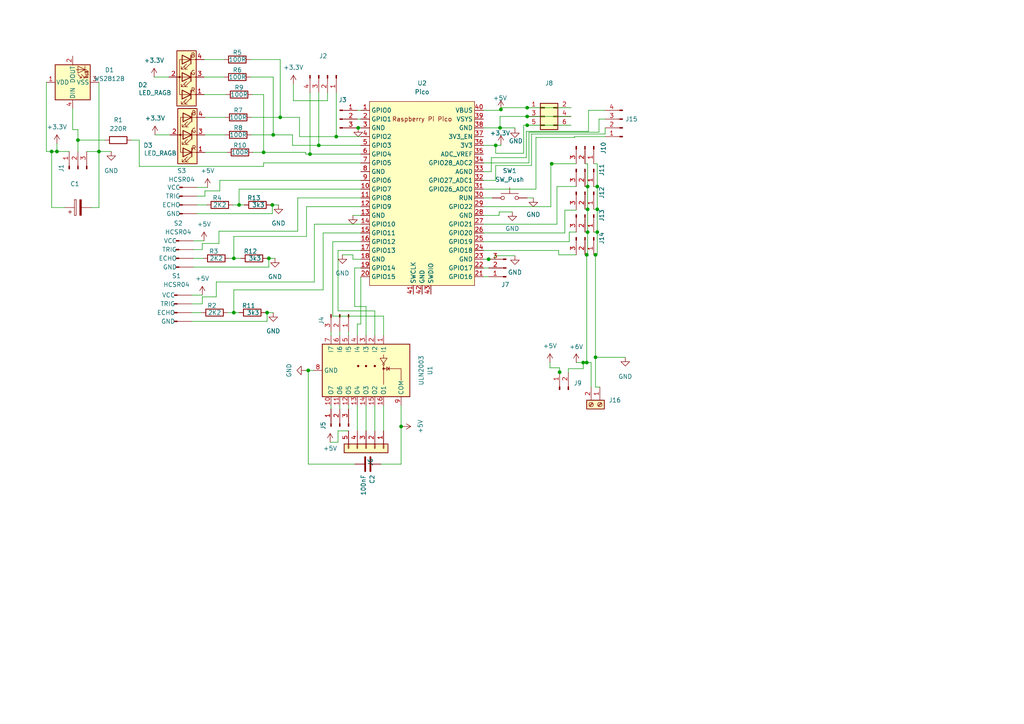
<source format=kicad_sch>
(kicad_sch (version 20211123) (generator eeschema)
  (paper "A4")
  (lib_symbols
    (symbol "Conn_01x04_Male_1" (pin_numbers hide) (pin_names (offset 1.016))
      (property "Reference" "S1" (at 0.635 7.366 0))
      (property "Value" "HCSR04" (at 0.635 4.826 0))
      (symbol "Conn_01x04_Male_1_1_1"
        (polyline (pts (xy 1.27 -5.08) (xy 0.8636 -5.08)) (stroke (width 0.1524)))
        (polyline (pts (xy 1.27 -2.54) (xy 0.8636 -2.54)) (stroke (width 0.1524)))
        (polyline (pts (xy 1.27 0) (xy 0.8636 0)) (stroke (width 0.1524)))
        (polyline (pts (xy 1.27 2.54) (xy 0.8636 2.54)) (stroke (width 0.1524)))
        (rectangle (start 0.8636 -4.953) (end 0 -5.207) (stroke (width 0.1524)) (fill (type outline)))
        (rectangle (start 0.8636 -2.413) (end 0 -2.667) (stroke (width 0.1524)) (fill (type outline)))
        (rectangle (start 0.8636 0.127) (end 0 -0.127) (stroke (width 0.1524)) (fill (type outline)))
        (rectangle (start 0.8636 2.667) (end 0 2.413) (stroke (width 0.1524)) (fill (type outline)))
        (pin passive line (at 5.08 2.54 180) (length 3.81) (name "VCC") (number "1"))
        (pin passive line (at 5.08 0 180) (length 3.81) (name "TRIG") (number "2"))
        (pin passive line (at 5.08 -2.54 180) (length 3.81) (name "ECHO") (number "3"))
        (pin passive line (at 5.08 -5.08 180) (length 3.81) (name "GND") (number "4"))
      )
    )
    (symbol "Conn_01x04_Male_2" (pin_names (offset 1.016) hide)
      (property "Reference" "J" (at 0 5.08 0))
      (property "Value" "Conn_01x04_Male_2" (at 0 -7.62 0))
      (symbol "Conn_01x04_Male_2_1_1"
        (polyline (pts (xy 1.27 -5.08) (xy 0.8636 -5.08)) (stroke (width 0.1524)))
        (polyline (pts (xy 1.27 -2.54) (xy 0.8636 -2.54)) (stroke (width 0.1524)))
        (polyline (pts (xy 1.27 0) (xy 0.8636 0)) (stroke (width 0.1524)))
        (polyline (pts (xy 1.27 2.54) (xy 0.8636 2.54)) (stroke (width 0.1524)))
        (rectangle (start 0.8636 -4.953) (end 0 -5.207) (stroke (width 0.1524)) (fill (type outline)))
        (rectangle (start 0.8636 -2.413) (end 0 -2.667) (stroke (width 0.1524)) (fill (type outline)))
        (rectangle (start 0.8636 0.127) (end 0 -0.127) (stroke (width 0.1524)) (fill (type outline)))
        (rectangle (start 0.8636 2.667) (end 0 2.413) (stroke (width 0.1524)) (fill (type outline)))
        (pin passive line (at 5.08 2.54 180) (length 3.81) (name "VCC") (number "1"))
        (pin passive line (at 5.08 0 180) (length 3.81) (name "TRIG") (number "2"))
        (pin passive line (at 5.08 -2.54 180) (length 3.81) (name "ECHO") (number "3"))
        (pin passive line (at 5.08 -5.08 180) (length 3.81) (name "GND") (number "4"))
      )
    )
    (symbol "Connector:Conn_01x02_Male" (pin_names (offset 1.016) hide)
      (property "Reference" "J" (at 0 2.54 0))
      (property "Value" "Conn_01x02_Male" (at 0 -5.08 0))
      (symbol "Conn_01x02_Male_1_1"
        (polyline (pts (xy 1.27 -2.54) (xy 0.8636 -2.54)) (stroke (width 0.1524)))
        (polyline (pts (xy 1.27 0) (xy 0.8636 0)) (stroke (width 0.1524)))
        (rectangle (start 0.8636 -2.413) (end 0 -2.667) (stroke (width 0.1524)) (fill (type outline)))
        (rectangle (start 0.8636 0.127) (end 0 -0.127) (stroke (width 0.1524)) (fill (type outline)))
        (pin passive line (at 5.08 0 180) (length 3.81) (name "Pin_1") (number "1"))
        (pin passive line (at 5.08 -2.54 180) (length 3.81) (name "Pin_2") (number "2"))
      )
    )
    (symbol "Connector:Conn_01x03_Male" (pin_names (offset 1.016) hide)
      (property "Reference" "J" (at 0 5.08 0))
      (property "Value" "Conn_01x03_Male" (at 0 -5.08 0))
      (symbol "Conn_01x03_Male_1_1"
        (polyline (pts (xy 1.27 -2.54) (xy 0.8636 -2.54)) (stroke (width 0.1524)))
        (polyline (pts (xy 1.27 0) (xy 0.8636 0)) (stroke (width 0.1524)))
        (polyline (pts (xy 1.27 2.54) (xy 0.8636 2.54)) (stroke (width 0.1524)))
        (rectangle (start 0.8636 -2.413) (end 0 -2.667) (stroke (width 0.1524)) (fill (type outline)))
        (rectangle (start 0.8636 0.127) (end 0 -0.127) (stroke (width 0.1524)) (fill (type outline)))
        (rectangle (start 0.8636 2.667) (end 0 2.413) (stroke (width 0.1524)) (fill (type outline)))
        (pin passive line (at 5.08 2.54 180) (length 3.81) (name "Pin_1") (number "1"))
        (pin passive line (at 5.08 0 180) (length 3.81) (name "Pin_2") (number "2"))
        (pin passive line (at 5.08 -2.54 180) (length 3.81) (name "Pin_3") (number "3"))
      )
    )
    (symbol "Connector:Conn_01x04_Male" (pin_names (offset 1.016) hide)
      (property "Reference" "J" (at 0 5.08 0))
      (property "Value" "Conn_01x04_Male" (at 0 -7.62 0))
      (symbol "Conn_01x04_Male_1_1"
        (polyline (pts (xy 1.27 -5.08) (xy 0.8636 -5.08)) (stroke (width 0.1524)))
        (polyline (pts (xy 1.27 -2.54) (xy 0.8636 -2.54)) (stroke (width 0.1524)))
        (polyline (pts (xy 1.27 0) (xy 0.8636 0)) (stroke (width 0.1524)))
        (polyline (pts (xy 1.27 2.54) (xy 0.8636 2.54)) (stroke (width 0.1524)))
        (rectangle (start 0.8636 -4.953) (end 0 -5.207) (stroke (width 0.1524)) (fill (type outline)))
        (rectangle (start 0.8636 -2.413) (end 0 -2.667) (stroke (width 0.1524)) (fill (type outline)))
        (rectangle (start 0.8636 0.127) (end 0 -0.127) (stroke (width 0.1524)) (fill (type outline)))
        (rectangle (start 0.8636 2.667) (end 0 2.413) (stroke (width 0.1524)) (fill (type outline)))
        (pin passive line (at 5.08 2.54 180) (length 3.81) (name "Pin_1") (number "1"))
        (pin passive line (at 5.08 0 180) (length 3.81) (name "Pin_2") (number "2"))
        (pin passive line (at 5.08 -2.54 180) (length 3.81) (name "Pin_3") (number "3"))
        (pin passive line (at 5.08 -5.08 180) (length 3.81) (name "Pin_4") (number "4"))
      )
    )
    (symbol "Connector:Screw_Terminal_01x02" (pin_names (offset 1.016) hide)
      (property "Reference" "J" (at 0 2.54 0))
      (property "Value" "Screw_Terminal_01x02" (at 0 -5.08 0))
      (symbol "Screw_Terminal_01x02_1_1"
        (rectangle (start -1.27 1.27) (end 1.27 -3.81) (stroke (width 0.254)) (fill (type background)))
        (circle (center 0 -2.54) (radius 0.635) (stroke (width 0.1524)))
        (polyline (pts (xy -0.5334 -2.2098) (xy 0.3302 -3.048)) (stroke (width 0.1524)))
        (polyline (pts (xy -0.5334 0.3302) (xy 0.3302 -0.508)) (stroke (width 0.1524)))
        (polyline (pts (xy -0.3556 -2.032) (xy 0.508 -2.8702)) (stroke (width 0.1524)))
        (polyline (pts (xy -0.3556 0.508) (xy 0.508 -0.3302)) (stroke (width 0.1524)))
        (circle (center 0 0) (radius 0.635) (stroke (width 0.1524)))
        (pin passive line (at -5.08 0 0) (length 3.81) (name "Pin_1") (number "1"))
        (pin passive line (at -5.08 -2.54 0) (length 3.81) (name "Pin_2") (number "2"))
      )
    )
    (symbol "Connector_Generic:Conn_01x05" (pin_names (offset 1.016) hide)
      (property "Reference" "J" (at 0 7.62 0))
      (property "Value" "Conn_01x05" (at 0 -7.62 0))
      (symbol "Conn_01x05_1_1"
        (rectangle (start -1.27 -4.953) (end 0 -5.207) (stroke (width 0.1524)))
        (rectangle (start -1.27 -2.413) (end 0 -2.667) (stroke (width 0.1524)))
        (rectangle (start -1.27 0.127) (end 0 -0.127) (stroke (width 0.1524)))
        (rectangle (start -1.27 2.667) (end 0 2.413) (stroke (width 0.1524)))
        (rectangle (start -1.27 5.207) (end 0 4.953) (stroke (width 0.1524)))
        (rectangle (start -1.27 6.35) (end 1.27 -6.35) (stroke (width 0.254)) (fill (type background)))
        (pin passive line (at -5.08 5.08 0) (length 3.81) (name "Pin_1") (number "1"))
        (pin passive line (at -5.08 2.54 0) (length 3.81) (name "Pin_2") (number "2"))
        (pin passive line (at -5.08 0 0) (length 3.81) (name "Pin_3") (number "3"))
        (pin passive line (at -5.08 -2.54 0) (length 3.81) (name "Pin_4") (number "4"))
        (pin passive line (at -5.08 -5.08 0) (length 3.81) (name "Pin_5") (number "5"))
      )
    )
    (symbol "Connector_Generic:Conn_02x03_Odd_Even" (pin_names (offset 1.016) hide)
      (property "Reference" "J" (at 1.27 5.08 0))
      (property "Value" "Conn_02x03_Odd_Even" (at 1.27 -5.08 0))
      (symbol "Conn_02x03_Odd_Even_1_1"
        (rectangle (start -1.27 -2.413) (end 0 -2.667) (stroke (width 0.1524)))
        (rectangle (start -1.27 0.127) (end 0 -0.127) (stroke (width 0.1524)))
        (rectangle (start -1.27 2.667) (end 0 2.413) (stroke (width 0.1524)))
        (rectangle (start -1.27 3.81) (end 3.81 -3.81) (stroke (width 0.254)) (fill (type background)))
        (rectangle (start 3.81 -2.413) (end 2.54 -2.667) (stroke (width 0.1524)))
        (rectangle (start 3.81 0.127) (end 2.54 -0.127) (stroke (width 0.1524)))
        (rectangle (start 3.81 2.667) (end 2.54 2.413) (stroke (width 0.1524)))
        (pin passive line (at -5.08 2.54 0) (length 3.81) (name "Pin_1") (number "1"))
        (pin passive line (at 7.62 2.54 180) (length 3.81) (name "Pin_2") (number "2"))
        (pin passive line (at -5.08 0 0) (length 3.81) (name "Pin_3") (number "3"))
        (pin passive line (at 7.62 0 180) (length 3.81) (name "Pin_4") (number "4"))
        (pin passive line (at -5.08 -2.54 0) (length 3.81) (name "Pin_5") (number "5"))
        (pin passive line (at 7.62 -2.54 180) (length 3.81) (name "Pin_6") (number "6"))
      )
    )
    (symbol "Device:C" (pin_numbers hide) (pin_names (offset 0.254))
      (property "Reference" "C" (at 0.635 2.54 0))
      (property "Value" "C" (at 0.635 -2.54 0))
      (symbol "C_0_1"
        (polyline (pts (xy -2.032 -0.762) (xy 2.032 -0.762)) (stroke (width 0.508)))
        (polyline (pts (xy -2.032 0.762) (xy 2.032 0.762)) (stroke (width 0.508)))
      )
      (symbol "C_1_1"
        (pin passive line (at 0 3.81 270) (length 2.794) (name "~") (number "1"))
        (pin passive line (at 0 -3.81 90) (length 2.794) (name "~") (number "2"))
      )
    )
    (symbol "Device:C_Polarized" (pin_numbers hide) (pin_names (offset 0.254))
      (property "Reference" "C" (at 0.635 2.54 0))
      (property "Value" "C_Polarized" (at 0.635 -2.54 0))
      (symbol "C_Polarized_0_1"
        (rectangle (start -2.286 0.508) (end 2.286 1.016))
        (polyline (pts (xy -1.778 2.286) (xy -0.762 2.286)))
        (polyline (pts (xy -1.27 2.794) (xy -1.27 1.778)))
        (rectangle (start 2.286 -0.508) (end -2.286 -1.016) (fill (type outline)))
      )
      (symbol "C_Polarized_1_1"
        (pin passive line (at 0 3.81 270) (length 2.794) (name "~") (number "1"))
        (pin passive line (at 0 -3.81 90) (length 2.794) (name "~") (number "2"))
      )
    )
    (symbol "Device:LED_RAGB" (pin_names (offset 0) hide)
      (property "Reference" "D" (at 0 9.398 0))
      (property "Value" "LED_RAGB" (at 0 -8.89 0))
      (symbol "LED_RAGB_0_0"
        (text "B" (at -1.905 -6.35 0) (effects (font (size 1.27 1.27))))
        (text "G" (at -1.905 -1.27 0) (effects (font (size 1.27 1.27))))
        (text "R" (at -1.905 3.81 0) (effects (font (size 1.27 1.27))))
      )
      (symbol "LED_RAGB_0_1"
        (polyline (pts (xy -1.27 -5.08) (xy -2.54 -5.08)))
        (polyline (pts (xy -1.27 -5.08) (xy 1.27 -5.08)))
        (polyline (pts (xy -1.27 -3.81) (xy -1.27 -6.35)) (stroke (width 0.254)))
        (polyline (pts (xy -1.27 0) (xy -2.54 0)))
        (polyline (pts (xy -1.27 1.27) (xy -1.27 -1.27)) (stroke (width 0.254)))
        (polyline (pts (xy -1.27 5.08) (xy -2.54 5.08)))
        (polyline (pts (xy -1.27 5.08) (xy 1.27 5.08)))
        (polyline (pts (xy -1.27 6.35) (xy -1.27 3.81)) (stroke (width 0.254)))
        (polyline (pts (xy 1.27 0) (xy -1.27 0)))
        (polyline (pts (xy 1.27 0) (xy 2.54 0)))
        (polyline (pts (xy -1.27 1.27) (xy -1.27 -1.27) (xy -1.27 -1.27)))
        (polyline (pts (xy -1.27 6.35) (xy -1.27 3.81) (xy -1.27 3.81)))
        (polyline (pts (xy 1.27 -5.08) (xy 2.032 -5.08) (xy 2.032 5.08) (xy 1.27 5.08)))
        (polyline (pts (xy 1.27 -3.81) (xy 1.27 -6.35) (xy -1.27 -5.08) (xy 1.27 -3.81)) (stroke (width 0.254)))
        (polyline (pts (xy 1.27 1.27) (xy 1.27 -1.27) (xy -1.27 0) (xy 1.27 1.27)) (stroke (width 0.254)))
        (polyline (pts (xy 1.27 6.35) (xy 1.27 3.81) (xy -1.27 5.08) (xy 1.27 6.35)) (stroke (width 0.254)))
        (polyline (pts (xy -1.016 -3.81) (xy 0.508 -2.286) (xy -0.254 -2.286) (xy 0.508 -2.286) (xy 0.508 -3.048)))
        (polyline (pts (xy -1.016 1.27) (xy 0.508 2.794) (xy -0.254 2.794) (xy 0.508 2.794) (xy 0.508 2.032)))
        (polyline (pts (xy -1.016 6.35) (xy 0.508 7.874) (xy -0.254 7.874) (xy 0.508 7.874) (xy 0.508 7.112)))
        (polyline (pts (xy 0 -3.81) (xy 1.524 -2.286) (xy 0.762 -2.286) (xy 1.524 -2.286) (xy 1.524 -3.048)))
        (polyline (pts (xy 0 1.27) (xy 1.524 2.794) (xy 0.762 2.794) (xy 1.524 2.794) (xy 1.524 2.032)))
        (polyline (pts (xy 0 6.35) (xy 1.524 7.874) (xy 0.762 7.874) (xy 1.524 7.874) (xy 1.524 7.112)))
        (rectangle (start 1.27 -1.27) (end 1.27 1.27))
        (rectangle (start 1.27 1.27) (end 1.27 1.27))
        (rectangle (start 1.27 3.81) (end 1.27 6.35))
        (rectangle (start 1.27 6.35) (end 1.27 6.35))
        (circle (center 2.032 0) (radius 0.254) (fill (type outline)))
        (rectangle (start 2.794 8.382) (end -2.794 -7.62) (stroke (width 0.254)) (fill (type background)))
      )
      (symbol "LED_RAGB_1_1"
        (pin passive line (at -5.08 5.08 0) (length 2.54) (name "RK") (number "1"))
        (pin passive line (at 5.08 0 180) (length 2.54) (name "A") (number "2"))
        (pin passive line (at -5.08 0 0) (length 2.54) (name "GK") (number "3"))
        (pin passive line (at -5.08 -5.08 0) (length 2.54) (name "BK") (number "4"))
      )
    )
    (symbol "Device:R" (pin_numbers hide) (pin_names (offset 0))
      (property "Reference" "R" (at 2.032 0 90))
      (property "Value" "R" (at 0 0 90))
      (symbol "R_0_1"
        (rectangle (start -1.016 -2.54) (end 1.016 2.54) (stroke (width 0.254)))
      )
      (symbol "R_1_1"
        (pin passive line (at 0 3.81 270) (length 1.27) (name "~") (number "1"))
        (pin passive line (at 0 -3.81 90) (length 1.27) (name "~") (number "2"))
      )
    )
    (symbol "LED:WS2812B" (pin_names (offset 0.254))
      (property "Reference" "D" (at 5.08 5.715 0))
      (property "Value" "WS2812B" (at 1.27 -5.715 0))
      (symbol "WS2812B_0_0"
        (text "RGB" (at 2.286 -4.191 0) (effects (font (size 0.762 0.762))))
      )
      (symbol "WS2812B_0_1"
        (polyline (pts (xy 1.27 -3.556) (xy 1.778 -3.556)))
        (polyline (pts (xy 1.27 -2.54) (xy 1.778 -2.54)))
        (polyline (pts (xy 4.699 -3.556) (xy 2.667 -3.556)))
        (polyline (pts (xy 2.286 -2.54) (xy 1.27 -3.556) (xy 1.27 -3.048)))
        (polyline (pts (xy 2.286 -1.524) (xy 1.27 -2.54) (xy 1.27 -2.032)))
        (polyline (pts (xy 3.683 -1.016) (xy 3.683 -3.556) (xy 3.683 -4.064)))
        (polyline (pts (xy 4.699 -1.524) (xy 2.667 -1.524) (xy 3.683 -3.556) (xy 4.699 -1.524)))
        (rectangle (start 5.08 5.08) (end -5.08 -5.08) (stroke (width 0.254)) (fill (type background)))
      )
      (symbol "WS2812B_1_1"
        (pin power_in line (at 0 7.62 270) (length 2.54) (name "VDD") (number "1"))
        (pin output line (at 7.62 0 180) (length 2.54) (name "DOUT") (number "2"))
        (pin power_in line (at 0 -7.62 90) (length 2.54) (name "VSS") (number "3"))
        (pin input line (at -7.62 0 0) (length 2.54) (name "DIN") (number "4"))
      )
    )
    (symbol "MCU_RaspberryPi_and_Boards:Pico"
      (property "Reference" "U" (at -13.97 27.94 0))
      (property "Value" "Pico" (at 0 19.05 0))
      (symbol "Pico_0_0"
        (text "Raspberry Pi Pico" (at 0 21.59 0) (effects (font (size 1.27 1.27))))
      )
      (symbol "Pico_0_1"
        (rectangle (start -15.24 26.67) (end 15.24 -26.67) (fill (type background)))
      )
      (symbol "Pico_1_1"
        (pin bidirectional line (at -17.78 24.13 0) (length 2.54) (name "GPIO0") (number "1"))
        (pin bidirectional line (at -17.78 1.27 0) (length 2.54) (name "GPIO7") (number "10"))
        (pin bidirectional line (at -17.78 -1.27 0) (length 2.54) (name "GPIO8") (number "11"))
        (pin bidirectional line (at -17.78 -3.81 0) (length 2.54) (name "GPIO9") (number "12"))
        (pin power_in line (at -17.78 -6.35 0) (length 2.54) (name "GND") (number "13"))
        (pin bidirectional line (at -17.78 -8.89 0) (length 2.54) (name "GPIO10") (number "14"))
        (pin bidirectional line (at -17.78 -11.43 0) (length 2.54) (name "GPIO11") (number "15"))
        (pin bidirectional line (at -17.78 -13.97 0) (length 2.54) (name "GPIO12") (number "16"))
        (pin bidirectional line (at -17.78 -16.51 0) (length 2.54) (name "GPIO13") (number "17"))
        (pin power_in line (at -17.78 -19.05 0) (length 2.54) (name "GND") (number "18"))
        (pin bidirectional line (at -17.78 -21.59 0) (length 2.54) (name "GPIO14") (number "19"))
        (pin bidirectional line (at -17.78 21.59 0) (length 2.54) (name "GPIO1") (number "2"))
        (pin bidirectional line (at -17.78 -24.13 0) (length 2.54) (name "GPIO15") (number "20"))
        (pin bidirectional line (at 17.78 -24.13 180) (length 2.54) (name "GPIO16") (number "21"))
        (pin bidirectional line (at 17.78 -21.59 180) (length 2.54) (name "GPIO17") (number "22"))
        (pin power_in line (at 17.78 -19.05 180) (length 2.54) (name "GND") (number "23"))
        (pin bidirectional line (at 17.78 -16.51 180) (length 2.54) (name "GPIO18") (number "24"))
        (pin bidirectional line (at 17.78 -13.97 180) (length 2.54) (name "GPIO19") (number "25"))
        (pin bidirectional line (at 17.78 -11.43 180) (length 2.54) (name "GPIO20") (number "26"))
        (pin bidirectional line (at 17.78 -8.89 180) (length 2.54) (name "GPIO21") (number "27"))
        (pin power_in line (at 17.78 -6.35 180) (length 2.54) (name "GND") (number "28"))
        (pin bidirectional line (at 17.78 -3.81 180) (length 2.54) (name "GPIO22") (number "29"))
        (pin power_in line (at -17.78 19.05 0) (length 2.54) (name "GND") (number "3"))
        (pin input line (at 17.78 -1.27 180) (length 2.54) (name "RUN") (number "30"))
        (pin bidirectional line (at 17.78 1.27 180) (length 2.54) (name "GPIO26_ADC0") (number "31"))
        (pin bidirectional line (at 17.78 3.81 180) (length 2.54) (name "GPIO27_ADC1") (number "32"))
        (pin power_in line (at 17.78 6.35 180) (length 2.54) (name "AGND") (number "33"))
        (pin bidirectional line (at 17.78 8.89 180) (length 2.54) (name "GPIO28_ADC2") (number "34"))
        (pin power_in line (at 17.78 11.43 180) (length 2.54) (name "ADC_VREF") (number "35"))
        (pin power_in line (at 17.78 13.97 180) (length 2.54) (name "3V3") (number "36"))
        (pin input line (at 17.78 16.51 180) (length 2.54) (name "3V3_EN") (number "37"))
        (pin bidirectional line (at 17.78 19.05 180) (length 2.54) (name "GND") (number "38"))
        (pin power_in line (at 17.78 21.59 180) (length 2.54) (name "VSYS") (number "39"))
        (pin bidirectional line (at -17.78 16.51 0) (length 2.54) (name "GPIO2") (number "4"))
        (pin power_in line (at 17.78 24.13 180) (length 2.54) (name "VBUS") (number "40"))
        (pin input line (at -2.54 -29.21 90) (length 2.54) (name "SWCLK") (number "41"))
        (pin power_in line (at 0 -29.21 90) (length 2.54) (name "GND") (number "42"))
        (pin bidirectional line (at 2.54 -29.21 90) (length 2.54) (name "SWDIO") (number "43"))
        (pin bidirectional line (at -17.78 13.97 0) (length 2.54) (name "GPIO3") (number "5"))
        (pin bidirectional line (at -17.78 11.43 0) (length 2.54) (name "GPIO4") (number "6"))
        (pin bidirectional line (at -17.78 8.89 0) (length 2.54) (name "GPIO5") (number "7"))
        (pin power_in line (at -17.78 6.35 0) (length 2.54) (name "GND") (number "8"))
        (pin bidirectional line (at -17.78 3.81 0) (length 2.54) (name "GPIO6") (number "9"))
      )
    )
    (symbol "Switch:SW_Push" (pin_numbers hide) (pin_names (offset 1.016) hide)
      (property "Reference" "SW" (at 1.27 2.54 0))
      (property "Value" "SW_Push" (at 0 -1.524 0))
      (symbol "SW_Push_0_1"
        (circle (center -2.032 0) (radius 0.508))
        (polyline (pts (xy 0 1.27) (xy 0 3.048)))
        (polyline (pts (xy 2.54 1.27) (xy -2.54 1.27)))
        (circle (center 2.032 0) (radius 0.508))
        (pin passive line (at -5.08 0 0) (length 2.54) (name "1") (number "1"))
        (pin passive line (at 5.08 0 180) (length 2.54) (name "2") (number "2"))
      )
    )
    (symbol "Transistor_Array:ULN2003"
      (property "Reference" "U" (at 0 15.875 0))
      (property "Value" "ULN2003" (at 0 13.97 0))
      (symbol "ULN2003_0_1"
        (rectangle (start -7.62 -12.7) (end 7.62 12.7) (stroke (width 0.254)) (fill (type background)))
        (circle (center -1.778 5.08) (radius 0.254))
        (circle (center -1.27 -2.286) (radius 0.254) (fill (type outline)))
        (circle (center -1.27 0) (radius 0.254) (fill (type outline)))
        (circle (center -1.27 2.54) (radius 0.254) (fill (type outline)))
        (circle (center -0.508 5.08) (radius 0.254) (fill (type outline)))
        (polyline (pts (xy -4.572 5.08) (xy -3.556 5.08)))
        (polyline (pts (xy -1.524 5.08) (xy 4.064 5.08)))
        (polyline (pts (xy 0 6.731) (xy -1.016 6.731)))
        (polyline (pts (xy -0.508 5.08) (xy -0.508 10.16) (xy 2.921 10.16)))
        (polyline (pts (xy -3.556 6.096) (xy -3.556 4.064) (xy -2.032 5.08) (xy -3.556 6.096)))
        (polyline (pts (xy 0 5.969) (xy -1.016 5.969) (xy -0.508 6.731) (xy 0 5.969)))
      )
      (symbol "ULN2003_1_1"
        (pin input line (at -10.16 5.08 0) (length 2.54) (name "I1") (number "1"))
        (pin open_collector line (at 10.16 -10.16 180) (length 2.54) (name "O7") (number "10"))
        (pin open_collector line (at 10.16 -7.62 180) (length 2.54) (name "O6") (number "11"))
        (pin open_collector line (at 10.16 -5.08 180) (length 2.54) (name "O5") (number "12"))
        (pin open_collector line (at 10.16 -2.54 180) (length 2.54) (name "O4") (number "13"))
        (pin open_collector line (at 10.16 0 180) (length 2.54) (name "O3") (number "14"))
        (pin open_collector line (at 10.16 2.54 180) (length 2.54) (name "O2") (number "15"))
        (pin open_collector line (at 10.16 5.08 180) (length 2.54) (name "O1") (number "16"))
        (pin input line (at -10.16 2.54 0) (length 2.54) (name "I2") (number "2"))
        (pin input line (at -10.16 0 0) (length 2.54) (name "I3") (number "3"))
        (pin input line (at -10.16 -2.54 0) (length 2.54) (name "I4") (number "4"))
        (pin input line (at -10.16 -5.08 0) (length 2.54) (name "I5") (number "5"))
        (pin input line (at -10.16 -7.62 0) (length 2.54) (name "I6") (number "6"))
        (pin input line (at -10.16 -10.16 0) (length 2.54) (name "I7") (number "7"))
        (pin power_in line (at 0 -15.24 90) (length 2.54) (name "GND") (number "8"))
        (pin passive line (at 10.16 10.16 180) (length 2.54) (name "COM") (number "9"))
      )
    )
    (symbol "power:+3.3V" (power) (pin_names (offset 0))
      (property "Value" "+3.3V" (at 0 3.556 0))
      (symbol "+3.3V_0_1"
        (polyline (pts (xy -0.762 1.27) (xy 0 2.54)))
        (polyline (pts (xy 0 0) (xy 0 2.54)))
        (polyline (pts (xy 0 2.54) (xy 0.762 1.27)))
      )
      (symbol "+3.3V_1_1"
        (pin power_in line (at 0 0 90) (length 0) hide (name "+3.3V") (number "1"))
      )
    )
    (symbol "power:+5V" (power) (pin_names (offset 0))
      (property "Value" "+5V" (at 0 3.556 0))
      (symbol "+5V_0_1"
        (polyline (pts (xy -0.762 1.27) (xy 0 2.54)))
        (polyline (pts (xy 0 0) (xy 0 2.54)))
        (polyline (pts (xy 0 2.54) (xy 0.762 1.27)))
      )
      (symbol "+5V_1_1"
        (pin power_in line (at 0 0 90) (length 0) hide (name "+5V") (number "1"))
      )
    )
    (symbol "power:+6V" (power) (pin_names (offset 0))
      (property "Value" "+6V" (at 0 3.556 0))
      (symbol "+6V_0_1"
        (polyline (pts (xy -0.762 1.27) (xy 0 2.54)))
        (polyline (pts (xy 0 0) (xy 0 2.54)))
        (polyline (pts (xy 0 2.54) (xy 0.762 1.27)))
      )
      (symbol "+6V_1_1"
        (pin power_in line (at 0 0 90) (length 0) hide (name "+6V") (number "1"))
      )
    )
    (symbol "power:GND" (power) (pin_names (offset 0))
      (property "Value" "GND" (at 0 -3.81 0))
      (symbol "GND_0_1"
        (polyline (pts (xy 0 0) (xy 0 -1.27) (xy 1.27 -1.27) (xy 0 -2.54) (xy -1.27 -1.27) (xy 0 -1.27)))
      )
      (symbol "GND_1_1"
        (pin power_in line (at 0 0 270) (length 0) hide (name "GND") (number "1"))
      )
    )
  )
  (junction (at 170.18 105.156))
  (junction (at 78.994 59.436))
  (junction (at 76.454 44.196))
  (junction (at 77.978 74.93))
  (junction (at 79.248 39.116))
  (junction (at 141.732 75.184))
  (junction (at 145.288 31.75))
  (junction (at 173.228 54.102))
  (junction (at 14.986 43.942))
  (junction (at 173.228 67.31))
  (junction (at 162.306 107.95))
  (junction (at 77.47 90.678))
  (junction (at 89.916 44.704))
  (junction (at 170.434 54.102))
  (junction (at 170.434 60.706))
  (junction (at 152.908 31.242))
  (junction (at 28.702 43.942))
  (junction (at 152.908 36.322))
  (junction (at 173.228 60.706))
  (junction (at 169.164 105.156))
  (junction (at 97.536 39.624))
  (junction (at 172.72 103.632))
  (junction (at 160.02 47.498))
  (junction (at 69.342 59.436))
  (junction (at 103.886 37.084))
  (junction (at 81.28 34.036))
  (junction (at 92.456 42.164))
  (junction (at 145.034 37.084))
  (junction (at 16.51 43.942))
  (junction (at 172.72 73.914))
  (junction (at 116.332 123.698))
  (junction (at 170.18 73.914))
  (junction (at 89.408 107.442))
  (junction (at 170.434 67.31))
  (junction (at 152.908 33.782))
  (junction (at 22.606 40.64))
  (junction (at 67.818 74.93))
  (junction (at 143.764 42.164))
  (junction (at 67.818 90.678))
  (wire (pts (xy 153.416 38.354) (xy 173.736 38.354)))
  (wire (pts (xy 55.626 88.138) (xy 58.674 88.138)))
  (wire (pts (xy 28.702 60.198) (xy 28.702 43.942)))
  (wire (pts (xy 63.754 52.324) (xy 63.754 55.372)))
  (wire (pts (xy 88.646 44.704) (xy 89.916 44.704)))
  (wire (pts (xy 22.606 37.592) (xy 22.606 40.64)))
  (wire (pts (xy 73.152 27.432) (xy 76.454 27.432)))
  (wire (pts (xy 148.59 61.468) (xy 144.78 61.468)))
  (wire (pts (xy 76.454 48.26) (xy 40.386 48.26)))
  (wire (pts (xy 172.72 103.632) (xy 172.72 112.268)))
  (wire (pts (xy 59.436 39.116) (xy 65.278 39.116)))
  (wire (pts (xy 153.416 38.354) (xy 153.416 47.244)))
  (wire (pts (xy 93.726 67.564) (xy 93.726 84.074)))
  (wire (pts (xy 155.448 54.864) (xy 140.208 54.864)))
  (wire (pts (xy 44.704 22.352) (xy 49.022 22.352)))
  (wire (pts (xy 94.996 29.21) (xy 94.996 26.924)))
  (wire (pts (xy 172.212 67.31) (xy 173.228 67.31)))
  (wire (pts (xy 175.514 39.624) (xy 166.624 39.624)))
  (wire (pts (xy 63.5 70.612) (xy 63.5 67.056)))
  (wire (pts (xy 160.02 47.498) (xy 159.766 47.498)))
  (wire (pts (xy 173.228 67.31) (xy 173.228 60.706)))
  (wire (pts (xy 152.908 33.782) (xy 165.608 33.782)))
  (wire (pts (xy 172.212 54.102) (xy 173.228 54.102)))
  (wire (pts (xy 77.978 74.93) (xy 79.756 74.93)))
  (wire (pts (xy 169.672 54.102) (xy 170.434 54.102)))
  (wire (pts (xy 140.208 42.164) (xy 143.764 42.164)))
  (wire (pts (xy 22.606 40.64) (xy 30.48 40.64)))
  (wire (pts (xy 67.818 84.074) (xy 67.818 90.678)))
  (wire (pts (xy 84.836 42.164) (xy 92.456 42.164)))
  (wire (pts (xy 175.514 37.084) (xy 175.514 38.862)))
  (wire (pts (xy 78.994 59.436) (xy 80.772 59.436)))
  (wire (pts (xy 40.386 48.26) (xy 40.386 40.64)))
  (wire (pts (xy 28.702 43.942) (xy 32.258 43.942)))
  (wire (pts (xy 143.764 44.45) (xy 143.764 42.164)))
  (wire (pts (xy 108.712 117.602) (xy 108.712 124.968)))
  (wire (pts (xy 21.082 37.592) (xy 22.606 37.592)))
  (wire (pts (xy 67.818 74.93) (xy 69.85 74.93)))
  (wire (pts (xy 173.99 112.268) (xy 172.72 112.268)))
  (wire (pts (xy 96.012 117.602) (xy 96.012 118.618)))
  (wire (pts (xy 169.672 73.914) (xy 170.18 73.914)))
  (wire (pts (xy 59.182 17.272) (xy 65.024 17.272)))
  (wire (pts (xy 145.288 31.75) (xy 145.288 32.004)))
  (wire (pts (xy 81.28 34.036) (xy 86.868 34.036)))
  (wire (pts (xy 170.18 73.914) (xy 170.18 105.156)))
  (wire (pts (xy 98.044 128.27) (xy 95.758 128.27)))
  (wire (pts (xy 173.228 47.498) (xy 172.212 47.498)))
  (wire (pts (xy 170.434 47.498) (xy 170.434 54.102)))
  (wire (pts (xy 56.134 77.47) (xy 77.978 77.47)))
  (wire (pts (xy 96.012 96.266) (xy 96.012 97.282)))
  (wire (pts (xy 173.228 54.102) (xy 173.228 47.498)))
  (wire (pts (xy 98.044 90.17) (xy 108.712 90.17)))
  (wire (pts (xy 101.092 124.968) (xy 98.044 124.968)))
  (wire (pts (xy 25.146 43.942) (xy 28.702 43.942)))
  (wire (pts (xy 104.648 67.564) (xy 93.726 67.564)))
  (wire (pts (xy 143.51 74.168) (xy 143.51 75.184)))
  (wire (pts (xy 140.208 80.264) (xy 141.732 80.264)))
  (wire (pts (xy 97.536 26.924) (xy 97.536 39.624)))
  (wire (pts (xy 140.208 52.324) (xy 143.764 52.324)))
  (wire (pts (xy 159.766 47.498) (xy 159.766 59.944)))
  (wire (pts (xy 169.164 105.156) (xy 170.18 105.156)))
  (wire (pts (xy 140.208 70.104) (xy 165.1 70.104)))
  (wire (pts (xy 142.494 45.72) (xy 152.654 45.72)))
  (wire (pts (xy 151.892 36.322) (xy 151.892 44.45)))
  (wire (pts (xy 110.49 134.62) (xy 116.332 134.62)))
  (wire (pts (xy 106.172 117.602) (xy 106.172 124.968)))
  (wire (pts (xy 88.9 59.944) (xy 88.9 68.58)))
  (wire (pts (xy 152.908 57.404) (xy 154.686 57.404)))
  (wire (pts (xy 16.51 41.656) (xy 16.51 43.942)))
  (wire (pts (xy 59.436 44.196) (xy 65.786 44.196)))
  (wire (pts (xy 56.134 74.93) (xy 58.928 74.93)))
  (wire (pts (xy 149.352 37.084) (xy 149.352 37.338)))
  (wire (pts (xy 57.15 54.356) (xy 60.198 54.356)))
  (wire (pts (xy 104.648 70.104) (xy 96.52 70.104)))
  (wire (pts (xy 162.306 108.204) (xy 162.306 107.95)))
  (wire (pts (xy 151.892 36.322) (xy 152.908 36.322)))
  (wire (pts (xy 89.408 107.442) (xy 88.646 107.442)))
  (wire (pts (xy 181.356 103.632) (xy 172.72 103.632)))
  (wire (pts (xy 103.886 37.084) (xy 104.648 37.084)))
  (wire (pts (xy 22.606 40.64) (xy 22.606 43.942)))
  (wire (pts (xy 106.172 97.282) (xy 106.172 88.9)))
  (wire (pts (xy 57.15 61.976) (xy 78.994 61.976)))
  (wire (pts (xy 92.456 26.924) (xy 92.456 42.164)))
  (wire (pts (xy 104.648 47.244) (xy 76.454 47.244)))
  (wire (pts (xy 140.208 77.724) (xy 141.732 77.724)))
  (wire (pts (xy 79.248 39.116) (xy 84.836 39.116)))
  (wire (pts (xy 144.78 62.484) (xy 140.208 62.484)))
  (wire (pts (xy 162.306 106.68) (xy 159.512 106.68)))
  (wire (pts (xy 86.868 39.624) (xy 97.536 39.624)))
  (wire (pts (xy 72.644 17.272) (xy 81.28 17.272)))
  (wire (pts (xy 72.898 39.116) (xy 79.248 39.116)))
  (wire (pts (xy 44.958 39.116) (xy 49.276 39.116)))
  (wire (pts (xy 173.736 34.544) (xy 173.736 38.354)))
  (wire (pts (xy 102.362 73.914) (xy 102.362 75.184)))
  (wire (pts (xy 102.362 75.184) (xy 104.648 75.184)))
  (wire (pts (xy 116.332 117.602) (xy 116.332 123.698)))
  (wire (pts (xy 76.454 27.432) (xy 76.454 44.196)))
  (wire (pts (xy 58.674 88.138) (xy 58.674 86.106)))
  (wire (pts (xy 72.898 34.036) (xy 81.28 34.036)))
  (wire (pts (xy 26.416 60.198) (xy 28.702 60.198)))
  (wire (pts (xy 143.764 42.164) (xy 145.288 42.164)))
  (wire (pts (xy 163.83 60.96) (xy 163.83 67.564)))
  (wire (pts (xy 98.552 117.602) (xy 98.552 118.618)))
  (wire (pts (xy 66.548 74.93) (xy 67.818 74.93)))
  (wire (pts (xy 79.248 22.352) (xy 79.248 39.116)))
  (wire (pts (xy 101.092 117.602) (xy 101.092 118.618)))
  (wire (pts (xy 166.624 39.878) (xy 155.448 39.878)))
  (wire (pts (xy 145.288 31.242) (xy 152.908 31.242)))
  (wire (pts (xy 172.72 73.914) (xy 172.72 103.632)))
  (wire (pts (xy 40.386 40.64) (xy 38.1 40.64)))
  (wire (pts (xy 67.818 68.58) (xy 67.818 74.93)))
  (wire (pts (xy 99.314 73.914) (xy 102.362 73.914)))
  (wire (pts (xy 96.52 91.694) (xy 111.252 91.694)))
  (wire (pts (xy 170.688 38.1) (xy 170.688 32.004)))
  (wire (pts (xy 89.408 134.62) (xy 89.408 107.442)))
  (wire (pts (xy 69.342 59.436) (xy 70.866 59.436)))
  (wire (pts (xy 143.764 48.006) (xy 154.178 48.006)))
  (wire (pts (xy 175.514 34.544) (xy 173.736 34.544)))
  (wire (pts (xy 62.738 81.788) (xy 91.186 81.788)))
  (wire (pts (xy 59.436 55.372) (xy 63.754 55.372)))
  (wire (pts (xy 170.434 67.31) (xy 170.434 73.914)))
  (wire (pts (xy 16.51 43.942) (xy 20.066 43.942)))
  (wire (pts (xy 152.908 36.322) (xy 165.608 36.322)))
  (wire (pts (xy 116.332 123.698) (xy 116.586 123.698)))
  (wire (pts (xy 55.626 85.598) (xy 58.674 85.598)))
  (wire (pts (xy 59.182 27.432) (xy 65.532 27.432)))
  (wire (pts (xy 69.342 54.864) (xy 69.342 59.436)))
  (wire (pts (xy 85.09 24.384) (xy 85.09 29.21)))
  (wire (pts (xy 63.754 52.324) (xy 104.648 52.324)))
  (wire (pts (xy 165.1 70.104) (xy 165.1 67.31)))
  (wire (pts (xy 116.332 123.698) (xy 116.332 134.62)))
  (wire (pts (xy 152.908 31.242) (xy 165.608 31.242)))
  (wire (pts (xy 14.986 60.198) (xy 14.986 43.942)))
  (wire (pts (xy 21.082 31.496) (xy 21.082 37.592)))
  (wire (pts (xy 88.9 68.58) (xy 67.818 68.58)))
  (wire (pts (xy 103.632 34.544) (xy 104.648 34.544)))
  (wire (pts (xy 86.36 67.056) (xy 86.36 57.404)))
  (wire (pts (xy 167.132 73.914) (xy 162.052 73.914)))
  (wire (pts (xy 67.818 90.678) (xy 69.342 90.678)))
  (wire (pts (xy 104.648 80.264) (xy 104.648 93.98)))
  (wire (pts (xy 98.552 96.266) (xy 98.552 97.282)))
  (wire (pts (xy 172.212 73.914) (xy 172.72 73.914)))
  (wire (pts (xy 89.916 44.704) (xy 104.648 44.704)))
  (wire (pts (xy 56.134 72.39) (xy 58.674 72.39)))
  (wire (pts (xy 13.462 23.876) (xy 13.462 43.942)))
  (wire (pts (xy 98.044 124.968) (xy 98.044 128.27)))
  (wire (pts (xy 143.51 75.184) (xy 141.732 75.184)))
  (wire (pts (xy 104.648 72.644) (xy 98.044 72.644)))
  (wire (pts (xy 149.352 74.168) (xy 143.51 74.168)))
  (wire (pts (xy 77.47 74.93) (xy 77.978 74.93)))
  (wire (pts (xy 103.632 32.004) (xy 104.648 32.004)))
  (wire (pts (xy 102.87 88.9) (xy 106.172 88.9)))
  (wire (pts (xy 66.04 90.678) (xy 67.818 90.678)))
  (wire (pts (xy 151.892 44.45) (xy 143.764 44.45)))
  (wire (pts (xy 145.034 33.782) (xy 145.034 37.084)))
  (wire (pts (xy 145.034 33.782) (xy 152.908 33.782)))
  (wire (pts (xy 91.186 81.788) (xy 91.186 65.024)))
  (wire (pts (xy 111.252 117.602) (xy 111.252 124.968)))
  (wire (pts (xy 85.09 29.21) (xy 94.996 29.21)))
  (wire (pts (xy 140.208 49.784) (xy 142.494 49.784)))
  (wire (pts (xy 18.796 60.198) (xy 14.986 60.198)))
  (wire (pts (xy 170.18 105.156) (xy 171.45 105.156)))
  (wire (pts (xy 57.15 56.896) (xy 59.436 56.896)))
  (wire (pts (xy 162.306 107.95) (xy 162.306 106.68)))
  (wire (pts (xy 58.674 86.106) (xy 62.738 86.106)))
  (wire (pts (xy 93.726 84.074) (xy 67.818 84.074)))
  (wire (pts (xy 102.87 77.724) (xy 102.87 88.9)))
  (wire (pts (xy 76.454 47.244) (xy 76.454 48.26)))
  (wire (pts (xy 92.456 42.164) (xy 104.648 42.164)))
  (wire (pts (xy 167.132 60.96) (xy 163.83 60.96)))
  (wire (pts (xy 88.646 44.196) (xy 88.646 44.704)))
  (wire (pts (xy 144.78 61.468) (xy 144.78 62.484)))
  (wire (pts (xy 77.978 77.47) (xy 77.978 74.93)))
  (wire (pts (xy 169.672 60.706) (xy 170.434 60.706)))
  (wire (pts (xy 152.654 45.72) (xy 152.654 38.1)))
  (wire (pts (xy 59.182 22.352) (xy 65.024 22.352)))
  (wire (pts (xy 154.178 38.862) (xy 175.514 38.862)))
  (wire (pts (xy 173.228 60.706) (xy 173.228 54.102)))
  (wire (pts (xy 163.83 67.564) (xy 140.208 67.564)))
  (wire (pts (xy 98.044 72.644) (xy 98.044 90.17)))
  (wire (pts (xy 63.5 67.056) (xy 86.36 67.056)))
  (wire (pts (xy 77.47 90.678) (xy 79.248 90.678)))
  (wire (pts (xy 172.72 73.914) (xy 173.228 73.914)))
  (wire (pts (xy 170.688 32.004) (xy 175.514 32.004)))
  (wire (pts (xy 111.252 91.694) (xy 111.252 97.282)))
  (wire (pts (xy 14.986 43.942) (xy 16.51 43.942)))
  (wire (pts (xy 102.87 134.62) (xy 89.408 134.62)))
  (wire (pts (xy 161.544 54.102) (xy 161.544 65.024)))
  (wire (pts (xy 77.47 93.218) (xy 77.47 90.678)))
  (wire (pts (xy 170.434 60.706) (xy 170.434 67.31)))
  (wire (pts (xy 140.208 32.004) (xy 145.288 32.004)))
  (wire (pts (xy 169.672 67.31) (xy 170.434 67.31)))
  (wire (pts (xy 59.436 34.036) (xy 65.278 34.036)))
  (wire (pts (xy 173.228 67.31) (xy 173.228 73.914)))
  (wire (pts (xy 78.486 59.436) (xy 78.994 59.436)))
  (wire (pts (xy 72.644 22.352) (xy 79.248 22.352)))
  (wire (pts (xy 143.764 52.324) (xy 143.764 48.006)))
  (wire (pts (xy 108.712 90.17) (xy 108.712 97.282)))
  (wire (pts (xy 104.648 54.864) (xy 69.342 54.864)))
  (wire (pts (xy 104.648 77.724) (xy 102.87 77.724)))
  (wire (pts (xy 164.846 106.934) (xy 169.164 106.934)))
  (wire (pts (xy 167.132 54.102) (xy 161.544 54.102)))
  (wire (pts (xy 170.434 54.102) (xy 170.434 60.706)))
  (wire (pts (xy 104.648 59.944) (xy 88.9 59.944)))
  (wire (pts (xy 142.494 49.784) (xy 142.494 45.72)))
  (wire (pts (xy 164.846 107.95) (xy 164.846 106.934)))
  (wire (pts (xy 86.868 34.036) (xy 86.868 39.624)))
  (wire (pts (xy 140.208 37.084) (xy 145.034 37.084)))
  (wire (pts (xy 103.632 37.084) (xy 103.886 37.084)))
  (wire (pts (xy 96.52 70.104) (xy 96.52 91.694)))
  (wire (pts (xy 58.674 70.612) (xy 63.5 70.612)))
  (wire (pts (xy 172.212 60.706) (xy 173.228 60.706)))
  (wire (pts (xy 55.626 90.678) (xy 58.42 90.678)))
  (wire (pts (xy 103.632 93.98) (xy 103.632 97.282)))
  (wire (pts (xy 159.512 106.68) (xy 159.512 105.156)))
  (wire (pts (xy 145.288 31.242) (xy 145.288 31.75)))
  (wire (pts (xy 90.932 107.442) (xy 89.408 107.442)))
  (wire (pts (xy 162.052 73.914) (xy 162.052 72.644)))
  (wire (pts (xy 73.406 44.196) (xy 76.454 44.196)))
  (wire (pts (xy 170.18 73.914) (xy 170.434 73.914)))
  (wire (pts (xy 162.052 72.644) (xy 140.208 72.644)))
  (wire (pts (xy 56.134 69.85) (xy 59.182 69.85)))
  (wire (pts (xy 59.436 56.896) (xy 59.436 55.372)))
  (wire (pts (xy 76.962 90.678) (xy 77.47 90.678)))
  (wire (pts (xy 167.132 105.156) (xy 169.164 105.156)))
  (wire (pts (xy 102.362 62.484) (xy 104.648 62.484)))
  (wire (pts (xy 13.462 43.942) (xy 14.986 43.942)))
  (wire (pts (xy 89.916 26.924) (xy 89.916 44.704)))
  (wire (pts (xy 160.02 47.244) (xy 160.02 47.498)))
  (wire (pts (xy 155.448 39.878) (xy 155.448 54.864)))
  (wire (pts (xy 55.626 93.218) (xy 77.47 93.218)))
  (wire (pts (xy 167.132 47.498) (xy 160.02 47.498)))
  (wire (pts (xy 101.092 96.266) (xy 101.092 97.282)))
  (wire (pts (xy 154.178 48.006) (xy 154.178 38.862)))
  (wire (pts (xy 153.416 47.244) (xy 140.208 47.244)))
  (wire (pts (xy 104.648 93.98) (xy 103.632 93.98)))
  (wire (pts (xy 165.1 67.31) (xy 167.132 67.31)))
  (wire (pts (xy 171.45 112.268) (xy 171.45 105.156)))
  (wire (pts (xy 78.994 61.976) (xy 78.994 59.436)))
  (wire (pts (xy 57.15 59.436) (xy 59.944 59.436)))
  (wire (pts (xy 169.164 106.934) (xy 169.164 105.156)))
  (wire (pts (xy 84.836 39.116) (xy 84.836 42.164)))
  (wire (pts (xy 140.208 65.024) (xy 161.544 65.024)))
  (wire (pts (xy 86.36 57.404) (xy 104.648 57.404)))
  (wire (pts (xy 76.454 44.196) (xy 88.646 44.196)))
  (wire (pts (xy 103.632 117.602) (xy 103.632 124.968)))
  (wire (pts (xy 145.288 42.164) (xy 145.288 41.91)))
  (wire (pts (xy 169.672 47.498) (xy 170.434 47.498)))
  (wire (pts (xy 140.208 57.404) (xy 142.748 57.404)))
  (wire (pts (xy 97.536 39.624) (xy 104.648 39.624)))
  (wire (pts (xy 152.654 38.1) (xy 170.688 38.1)))
  (wire (pts (xy 58.674 72.39) (xy 58.674 70.612)))
  (wire (pts (xy 166.624 39.624) (xy 166.624 39.878)))
  (wire (pts (xy 28.702 43.942) (xy 28.702 23.876)))
  (wire (pts (xy 62.738 86.106) (xy 62.738 81.788)))
  (wire (pts (xy 145.034 37.084) (xy 149.352 37.084)))
  (wire (pts (xy 67.564 59.436) (xy 69.342 59.436)))
  (wire (pts (xy 91.186 65.024) (xy 104.648 65.024)))
  (wire (pts (xy 159.766 59.944) (xy 140.208 59.944)))
  (wire (pts (xy 81.28 17.272) (xy 81.28 34.036)))
  (wire (pts (xy 167.132 60.96) (xy 167.132 60.706)))
  (wire (pts (xy 141.732 75.184) (xy 140.208 75.184)))
  (symbol (lib_id "power:GND") (at 102.362 62.484 0) (unit 1)
    (property "Reference" "#PWR0102" (effects hide))
    (property "Value" "GND" (effects hide))
  )
  (symbol (lib_id "power:+5V") (at 59.182 69.85 0) (unit 1)
    (property "Reference" "#PWR06" (effects hide))
    (property "Value" "+5V" (at 59.182 65.024 0))
  )
  (symbol (lib_id "Device:R") (at 69.342 27.432 90) (unit 1) (on_board no)
    (property "Reference" "R9" (at 69.342 25.4 90))
    (property "Value" "100R" (at 69.342 27.432 90))
  )
  (symbol (lib_id "power:GND") (at 148.59 61.468 0) (unit 1)
    (property "Reference" "#PWR018" (effects hide))
    (property "Value" "GND" (at 148.59 66.294 0))
  )
  (symbol (lib_id "power:+5V") (at 60.198 54.356 0) (unit 1)
    (property "Reference" "#PWR07" (effects hide))
    (property "Value" "+5V" (at 60.198 49.53 0))
  )
  (symbol (lib_id "power:GND") (at 88.646 107.442 270) (unit 1)
    (property "Reference" "#PWR012" (effects hide))
    (property "Value" "GND" (at 83.82 107.442 0))
  )
  (symbol (lib_id "power:+6V") (at 167.132 105.156 0) (unit 1)
    (property "Reference" "#PWR023" (effects hide))
    (property "Value" "+6V" (at 167.132 100.584 0))
  )
  (symbol (lib_id "power:GND") (at 79.756 74.93 0) (unit 1)
    (property "Reference" "#PWR09" (effects hide))
    (property "Value" "GND" (at 79.756 80.264 0))
  )
  (symbol (lib_id "power:GND") (at 149.352 74.168 0) (unit 1)
    (property "Reference" "#PWR020" (effects hide))
    (property "Value" "GND" (at 149.352 78.994 0))
  )
  (symbol (lib_id "power:GND") (at 80.772 59.436 0) (unit 1)
    (property "Reference" "#PWR010" (effects hide))
    (property "Value" "GND" (at 80.772 64.77 0))
  )
  (symbol (lib_id "Device:R") (at 68.834 17.272 90) (unit 1) (on_board no)
    (property "Reference" "R5" (at 68.834 15.24 90))
    (property "Value" "100R" (at 68.834 17.272 90))
  )
  (symbol (lib_id "Device:R") (at 68.834 22.352 90) (unit 1) (on_board no)
    (property "Reference" "R6" (at 68.834 20.32 90))
    (property "Value" "100R" (at 68.834 22.352 90))
  )
  (symbol (lib_id "Device:R") (at 73.66 74.93 90) (unit 1)
    (property "Reference" "R12" (at 72.644 72.898 90))
    (property "Value" "3k3" (at 73.914 74.93 90))
    (property "Footprint" "Resistor_THT:R_Axial_DIN0207_L6.3mm_D2.5mm_P10.16mm_Horizontal" (effects hide))
  )
  (symbol (lib_id "power:GND") (at 32.258 43.942 0) (unit 1)
    (property "Reference" "#PWR02" (effects hide))
    (property "Value" "GND" (at 32.258 49.53 0))
  )
  (symbol (lib_id "Connector_Generic:Conn_02x03_Odd_Even") (at 157.988 33.782 0) (unit 1)
    (property "Reference" "J8" (at 159.258 24.13 0))
    (property "Value" "Conn_02x03_Odd_Even" (effects hide))
    (property "Footprint" "Connector_PinHeader_2.54mm:PinHeader_2x03_P2.54mm_Vertical" (effects hide))
  )
  (symbol (lib_name "Conn_01x04_Male_1") (lib_id "Connector:Conn_01x04_Male") (at 50.546 88.138 0) (unit 1)
    (property "Reference" "S1" (at 51.181 80.01 0))
    (property "Value" "HCSR04" (at 51.181 82.55 0))
    (property "Footprint" "Connector_PinHeader_2.54mm:PinHeader_1x04_P2.54mm_Vertical" (effects hide))
  )
  (symbol (lib_id "power:+5V") (at 116.586 123.698 270) (unit 1)
    (property "Reference" "#PWR015" (effects hide))
    (property "Value" "+5V" (at 121.92 123.698 0))
  )
  (symbol (lib_id "Device:R") (at 69.088 34.036 90) (unit 1) (on_board no)
    (property "Reference" "R7" (at 69.088 32.004 90))
    (property "Value" "100R" (at 69.088 34.036 90))
  )
  (symbol (lib_id "Device:R") (at 62.738 74.93 90) (unit 1)
    (property "Reference" "R3" (at 61.976 72.898 90))
    (property "Value" "2K2" (at 62.738 74.93 90))
    (property "Footprint" "Resistor_THT:R_Axial_DIN0207_L6.3mm_D2.5mm_P10.16mm_Horizontal" (effects hide))
  )
  (symbol (lib_id "Device:R") (at 63.754 59.436 90) (unit 1)
    (property "Reference" "R4" (at 62.992 57.404 90))
    (property "Value" "2K2" (at 63.754 59.436 90))
    (property "Footprint" "Resistor_THT:R_Axial_DIN0207_L6.3mm_D2.5mm_P10.16mm_Horizontal" (effects hide))
  )
  (symbol (lib_id "Connector:Conn_01x03_Male") (at 169.672 62.23 270) (unit 1)
    (property "Reference" "J13" (at 174.498 62.484 0))
    (property "Value" "Conn_01x03_Male" (effects hide))
    (property "Footprint" "Connector_PinHeader_2.54mm:PinHeader_1x03_P2.54mm_Vertical" (effects hide))
  )
  (symbol (lib_id "Device:R") (at 62.23 90.678 90) (unit 1)
    (property "Reference" "R2" (at 61.468 88.646 90))
    (property "Value" "2K2" (at 62.23 90.678 90))
    (property "Footprint" "Resistor_THT:R_Axial_DIN0207_L6.3mm_D2.5mm_P10.16mm_Horizontal" (effects hide))
  )
  (symbol (lib_id "power:+3.3V") (at 16.51 41.656 0) (unit 1)
    (property "Reference" "#PWR01" (effects hide))
    (property "Value" "+3.3V" (at 16.51 36.83 0))
  )
  (symbol (lib_id "Connector:Conn_01x03_Male") (at 169.672 49.022 270) (unit 1)
    (property "Reference" "J11" (at 174.498 49.276 0))
    (property "Value" "Conn_01x03_Male" (effects hide))
    (property "Footprint" "Connector_PinHeader_2.54mm:PinHeader_1x03_P2.54mm_Vertical" (effects hide))
  )
  (symbol (lib_id "power:+5V") (at 95.758 128.27 0) (unit 1)
    (property "Reference" "#PWR013" (effects hide))
    (property "Value" "+5V" (at 95.758 130.048 0))
  )
  (symbol (lib_id "Connector:Screw_Terminal_01x02") (at 173.99 117.348 270) (unit 1)
    (property "Reference" "J16" (at 176.53 116.0779 90) (effects (justify left)))
    (property "Value" "Screw_Terminal_01x02" (effects hide))
    (property "Footprint" "TerminalBlock:TerminalBlock_Altech_AK300-2_P5.00mm" (effects hide))
  )
  (symbol (lib_id "Device:R") (at 73.152 90.678 90) (unit 1)
    (property "Reference" "R11" (at 72.136 88.646 90))
    (property "Value" "3k3" (at 73.406 90.678 90))
    (property "Footprint" "Resistor_THT:R_Axial_DIN0207_L6.3mm_D2.5mm_P10.16mm_Horizontal" (effects hide))
  )
  (symbol (lib_id "power:+3.3V") (at 145.288 41.91 0) (unit 1)
    (property "Reference" "#PWR017" (effects hide))
    (property "Value" "+3.3V" (at 145.034 38.608 0))
  )
  (symbol (lib_id "Connector:Conn_01x03_Male") (at 169.672 68.834 270) (unit 1)
    (property "Reference" "J14" (at 174.498 69.088 0))
    (property "Value" "Conn_01x03_Male" (effects hide))
    (property "Footprint" "Connector_PinHeader_2.54mm:PinHeader_1x03_P2.54mm_Vertical" (effects hide))
  )
  (symbol (lib_id "power:+5V") (at 145.288 31.75 0) (unit 1)
    (property "Reference" "#PWR016" (effects hide))
    (property "Value" "+5V" (at 145.034 28.448 0))
  )
  (symbol (lib_name "Conn_01x04_Male_2") (lib_id "Connector:Conn_01x04_Male") (at 180.594 37.084 180) (unit 1)
    (property "Reference" "J15" (at 181.356 34.5439 0) (effects (justify right)))
    (property "Value" "Conn_01x04_Male" (effects hide))
    (property "Footprint" "Connector_PinHeader_2.54mm:PinHeader_1x04_P2.54mm_Vertical" (effects hide))
  )
  (symbol (lib_id "Device:LED_RAGB") (at 54.356 39.116 180) (unit 1) (on_board no)
    (property "Reference" "D3" (at 42.926 42.164 0))
    (property "Value" "LED_RAGB" (at 46.482 44.45 0))
  )
  (symbol (lib_id "power:GND") (at 149.352 37.338 0) (unit 1)
    (property "Reference" "#PWR019" (effects hide))
    (property "Value" "GND" (at 149.606 40.894 0))
  )
  (symbol (lib_id "Transistor_Array:ULN2003") (at 106.172 107.442 270) (unit 1)
    (property "Reference" "U1" (at 124.714 107.442 0))
    (property "Value" "ULN2003" (at 122.174 107.442 0))
    (property "Footprint" "Package_DIP:DIP-16_W7.62mm" (effects hide))
    (property "Datasheet" "http://www.ti.com/lit/ds/symlink/uln2003a.pdf" (effects hide))
  )
  (symbol (lib_id "Connector:Conn_01x03_Male") (at 169.672 55.626 270) (unit 1)
    (property "Reference" "J12" (at 174.498 55.88 0))
    (property "Value" "Conn_01x03_Male" (effects hide))
    (property "Footprint" "Connector_PinHeader_2.54mm:PinHeader_1x03_P2.54mm_Vertical" (effects hide))
  )
  (symbol (lib_id "Device:R") (at 34.29 40.64 90) (unit 1)
    (property "Reference" "R1" (at 34.29 34.798 90))
    (property "Value" "220R" (at 34.29 37.338 90))
    (property "Footprint" "Resistor_THT:R_Axial_DIN0207_L6.3mm_D2.5mm_P10.16mm_Horizontal" (effects hide))
  )
  (symbol (lib_id "Connector:Conn_01x03_Male") (at 98.552 123.698 90) (unit 1)
    (property "Reference" "J5" (at 93.726 123.444 0))
    (property "Value" "Conn_01x03_Male" (effects hide))
    (property "Footprint" "Connector_PinHeader_2.54mm:PinHeader_1x03_P2.54mm_Vertical" (effects hide))
  )
  (symbol (lib_id "Connector_Generic:Conn_01x05") (at 106.172 130.048 270) (unit 1)
    (property "Reference" "J6" (at 107.4421 132.842 0) (effects (justify left)))
    (property "Value" "Conn_01x05" (effects hide))
    (property "Footprint" "Connector_JST:JST_XH_B5B-XH-AM_1x05_P2.50mm_Vertical" (effects hide))
  )
  (symbol (lib_id "power:+3.3V") (at 85.09 24.384 0) (unit 1)
    (property "Reference" "#PWR011" (effects hide))
    (property "Value" "+3.3V" (at 85.09 19.558 0))
  )
  (symbol (lib_id "Device:C_Polarized") (at 22.606 60.198 90) (unit 1)
    (property "Reference" "C1" (at 21.717 53.34 90))
    (property "Value" "C_Polarized" (effects hide))
    (property "Footprint" "Capacitor_THT:CP_Radial_D10.0mm_P5.00mm" (effects hide))
  )
  (symbol (lib_id "Connector:Conn_01x03_Male") (at 169.672 42.418 270) (unit 1)
    (property "Reference" "J10" (at 175.006 42.926 0))
    (property "Value" "Conn_01x03_Male" (effects hide))
    (property "Footprint" "Connector_PinHeader_2.54mm:PinHeader_1x03_P2.54mm_Vertical" (effects hide))
  )
  (symbol (lib_id "Device:C") (at 106.68 134.62 270) (unit 1)
    (property "Reference" "C2" (at 107.9501 137.668 0) (effects (justify left)))
    (property "Value" "100nF" (at 105.4101 137.668 0) (effects (justify left)))
    (property "Footprint" "Capacitor_THT:C_Disc_D5.0mm_W2.5mm_P5.00mm" (effects hide))
  )
  (symbol (lib_id "LED:WS2812B") (at 21.082 23.876 90) (unit 1) (on_board no)
    (property "Reference" "D1" (at 31.75 20.2946 90))
    (property "Value" "WS2812B" (at 31.75 22.8346 90))
    (property "Footprint" "LED_SMD:LED_WS2812B_PLCC4_5.0x5.0mm_P3.2mm" (effects hide))
    (property "Datasheet" "https://cdn-shop.adafruit.com/datasheets/WS2812B.pdf" (effects hide))
  )
  (symbol (lib_id "Connector:Conn_01x04_Male") (at 94.996 21.844 270) (unit 1)
    (property "Reference" "J2" (at 93.726 16.256 90))
    (property "Value" "Conn_01x04_Male" (effects hide))
    (property "Footprint" "Connector_PinHeader_2.54mm:PinHeader_1x04_P2.54mm_Vertical" (effects hide))
  )
  (symbol (lib_id "power:GND") (at 103.886 37.084 0) (unit 1)
    (property "Reference" "#PWR0101" (effects hide))
    (property "Value" "GND" (effects hide))
  )
  (symbol (lib_id "Device:R") (at 74.676 59.436 90) (unit 1)
    (property "Reference" "R13" (at 73.66 57.404 90))
    (property "Value" "3k3" (at 74.93 59.436 90))
    (property "Footprint" "Resistor_THT:R_Axial_DIN0207_L6.3mm_D2.5mm_P10.16mm_Horizontal" (effects hide))
  )
  (symbol (lib_id "Connector:Conn_01x03_Male") (at 98.552 34.544 0) (unit 1)
    (property "Reference" "J3" (at 100.584 28.956 0) (effects (justify right)))
    (property "Value" "Conn_01x03_Male" (effects hide))
    (property "Footprint" "Connector_PinHeader_2.54mm:PinHeader_1x03_P2.54mm_Vertical" (effects hide))
  )
  (symbol (lib_id "Connector:Conn_01x03_Male") (at 146.812 77.724 180) (unit 1)
    (property "Reference" "J7" (at 146.558 82.55 0))
    (property "Value" "Conn_01x03_Male" (effects hide))
    (property "Footprint" "Connector_PinHeader_2.54mm:PinHeader_1x03_P2.54mm_Vertical" (effects hide))
  )
  (symbol (lib_id "power:+5V") (at 58.674 85.598 0) (unit 1)
    (property "Reference" "#PWR05" (effects hide))
    (property "Value" "+5V" (at 58.674 80.772 0))
  )
  (symbol (lib_name "Conn_01x04_Male_1") (lib_id "Connector:Conn_01x04_Male") (at 51.054 72.39 0) (unit 1)
    (property "Reference" "S2" (at 51.689 64.77 0))
    (property "Value" "HCSR04" (at 51.689 67.31 0))
    (property "Footprint" "Connector_PinHeader_2.54mm:PinHeader_1x04_P2.54mm_Vertical" (effects hide))
  )
  (symbol (lib_id "Device:LED_RAGB") (at 54.102 22.352 180) (unit 1) (on_board no)
    (property "Reference" "D2" (at 41.402 24.638 0))
    (property "Value" "LED_RAGB" (at 44.958 26.924 0))
  )
  (symbol (lib_id "power:GND") (at 181.356 103.632 0) (unit 1)
    (property "Reference" "#PWR024" (effects hide))
    (property "Value" "GND" (at 181.356 109.22 0))
  )
  (symbol (lib_id "Device:R") (at 69.088 39.116 90) (unit 1) (on_board no)
    (property "Reference" "R8" (at 69.088 37.084 90))
    (property "Value" "100R" (at 69.088 39.116 90))
  )
  (symbol (lib_id "Connector:Conn_01x03_Male") (at 22.606 49.022 90) (unit 1)
    (property "Reference" "J1" (at 17.78 48.768 0))
    (property "Value" "Conn_01x03_Male" (effects hide))
    (property "Footprint" "Connector_PinHeader_2.54mm:PinHeader_1x03_P2.54mm_Vertical" (effects hide))
  )
  (symbol (lib_id "power:+5V") (at 159.512 105.156 0) (unit 1)
    (property "Reference" "#PWR022" (effects hide))
    (property "Value" "+5V" (at 159.512 100.33 0))
  )
  (symbol (lib_id "Connector:Conn_01x03_Male") (at 98.552 91.186 270) (unit 1)
    (property "Reference" "J4" (at 93.218 92.964 0))
    (property "Value" "Conn_01x03_Male" (effects hide))
    (property "Footprint" "Connector_PinHeader_2.54mm:PinHeader_1x03_P2.54mm_Vertical" (effects hide))
  )
  (symbol (lib_id "Connector:Conn_01x02_Male") (at 162.306 113.03 90) (unit 1)
    (property "Reference" "J9" (at 166.37 111.1249 90) (effects (justify right)))
    (property "Value" "Conn_01x02_Male" (effects hide))
    (property "Footprint" "Connector_PinHeader_2.54mm:PinHeader_1x02_P2.54mm_Vertical" (effects hide))
  )
  (symbol (lib_id "power:GND") (at 154.686 57.404 0) (unit 1)
    (property "Reference" "#PWR021" (effects hide))
    (property "Value" "GND" (at 154.686 62.23 0))
  )
  (symbol (lib_id "MCU_RaspberryPi_and_Boards:Pico") (at 122.428 56.134 0) (unit 1)
    (property "Reference" "U2" (at 122.428 24.13 0))
    (property "Value" "Pico" (at 122.428 26.67 0))
    (property "Footprint" "MCU_RaspberryPi_and_Boards:RPi_Pico_SMD_TH" (effects hide))
  )
  (symbol (lib_id "power:+3.3V") (at 44.958 39.116 0) (unit 1)
    (property "Reference" "#PWR04" (effects hide))
    (property "Value" "+3.3V" (at 44.958 34.29 0))
  )
  (symbol (lib_id "Device:R") (at 69.596 44.196 90) (unit 1) (on_board no)
    (property "Reference" "R10" (at 69.596 42.164 90))
    (property "Value" "100R" (at 69.596 44.196 90))
  )
  (symbol (lib_id "power:+3.3V") (at 44.704 22.352 0) (unit 1)
    (property "Reference" "#PWR03" (effects hide))
    (property "Value" "+3.3V" (at 44.704 17.526 0))
  )
  (symbol (lib_id "power:GND") (at 79.248 90.678 0) (unit 1)
    (property "Reference" "#PWR08" (effects hide))
    (property "Value" "GND" (at 79.248 96.012 0))
  )
  (symbol (lib_name "Conn_01x04_Male_1") (lib_id "Connector:Conn_01x04_Male") (at 52.07 56.896 0) (unit 1)
    (property "Reference" "S3" (at 52.705 49.53 0))
    (property "Value" "HCSR04" (at 52.705 52.07 0))
    (property "Footprint" "Connector_PinHeader_2.54mm:PinHeader_1x04_P2.54mm_Vertical" (effects hide))
  )
  (symbol (lib_id "power:GND") (at 99.314 73.914 0) (unit 1)
    (property "Reference" "#PWR014" (effects hide))
    (property "Value" "GND" (at 99.314 79.248 0))
  )
  (symbol (lib_id "Switch:SW_Push") (at 147.828 57.404 0) (unit 1)
    (property "Reference" "SW1" (at 147.828 49.53 0))
    (property "Value" "SW_Push" (at 147.828 52.07 0))
    (property "Footprint" "Button_Switch_THT:SW_PUSH_6mm" (effects hide))
  )
)
</source>
